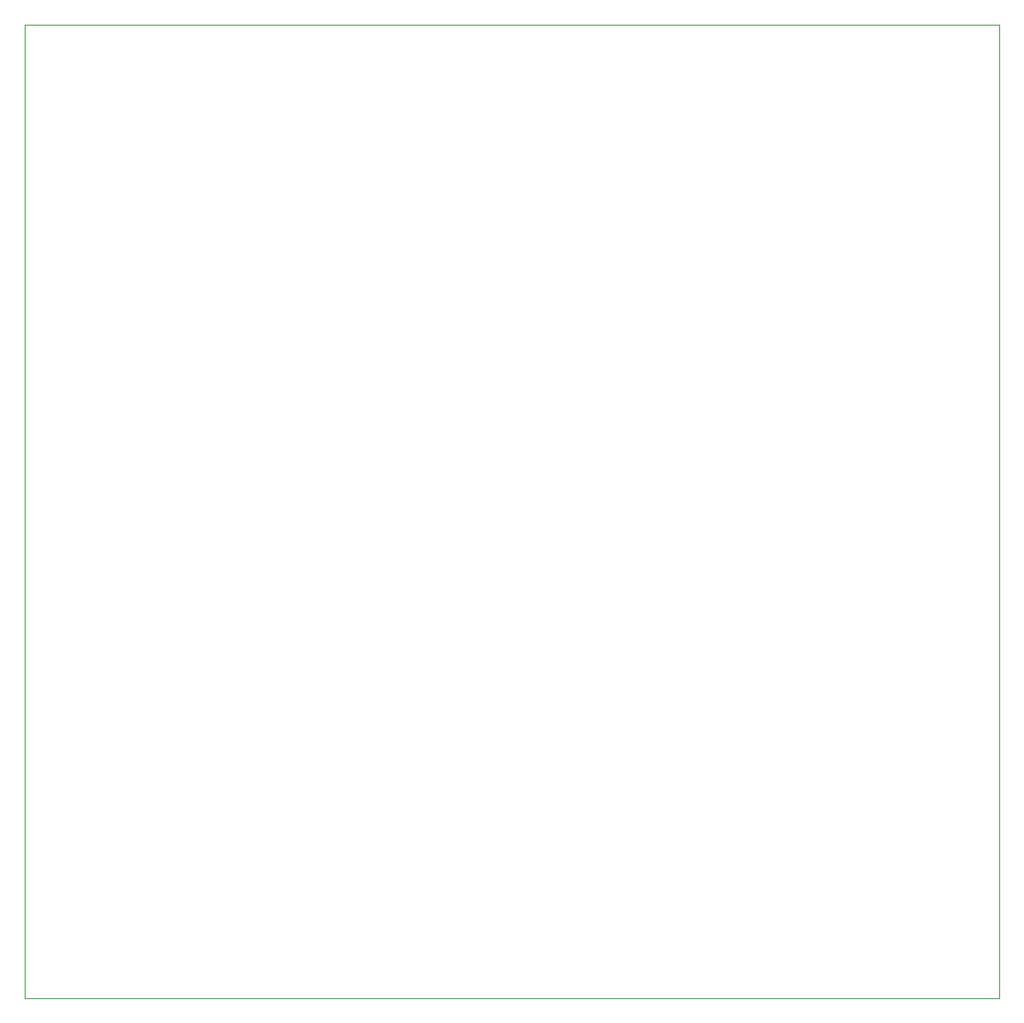
<source format=gm1>
G04 #@! TF.GenerationSoftware,KiCad,Pcbnew,(7.0.0)*
G04 #@! TF.CreationDate,2023-05-19T01:27:26+02:00*
G04 #@! TF.ProjectId,Pot-X2,506f742d-5832-42e6-9b69-6361645f7063,rev?*
G04 #@! TF.SameCoordinates,Original*
G04 #@! TF.FileFunction,Profile,NP*
%FSLAX46Y46*%
G04 Gerber Fmt 4.6, Leading zero omitted, Abs format (unit mm)*
G04 Created by KiCad (PCBNEW (7.0.0)) date 2023-05-19 01:27:26*
%MOMM*%
%LPD*%
G01*
G04 APERTURE LIST*
G04 #@! TA.AperFunction,Profile*
%ADD10C,0.100000*%
G04 #@! TD*
G04 APERTURE END LIST*
D10*
X162000000Y-111000000D02*
X61900000Y-111000000D01*
X61900000Y-11000000D01*
X162000000Y-11000000D01*
X162000000Y-111000000D01*
M02*

</source>
